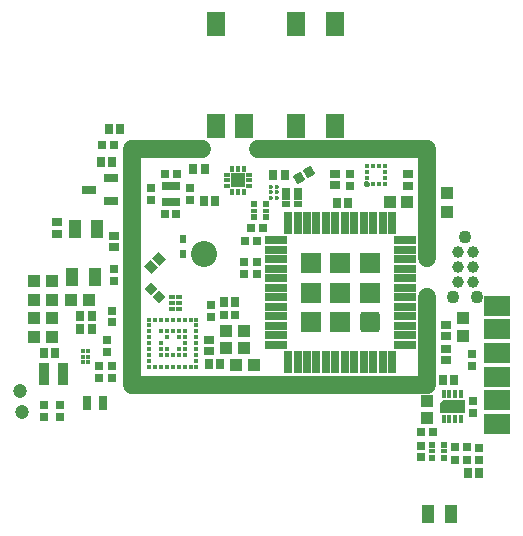
<source format=gbs>
G04*
G04 #@! TF.GenerationSoftware,Altium Limited,Altium Designer,19.1.9 (167)*
G04*
G04 Layer_Color=16711935*
%FSAX25Y25*%
%MOIN*%
G70*
G01*
G75*
%ADD17C,0.04343*%
%ADD34R,0.01968X0.02362*%
%ADD59C,0.04724*%
%ADD68C,0.05906*%
%ADD69R,0.02375X0.02769*%
%ADD70R,0.08674X0.06706*%
%ADD71R,0.04343X0.05918*%
%ADD72R,0.01968X0.01575*%
%ADD73R,0.03162X0.02769*%
%ADD74R,0.02769X0.03162*%
%ADD75R,0.03950X0.03950*%
%ADD76R,0.03162X0.03320*%
%ADD77R,0.01575X0.03150*%
%ADD78R,0.04737X0.02769*%
%ADD79R,0.03320X0.03162*%
%ADD80R,0.06706X0.06706*%
G04:AMPARAMS|DCode=81|XSize=67.06mil|YSize=67.06mil|CornerRadius=9.91mil|HoleSize=0mil|Usage=FLASHONLY|Rotation=90.000|XOffset=0mil|YOffset=0mil|HoleType=Round|Shape=RoundedRectangle|*
%AMROUNDEDRECTD81*
21,1,0.06706,0.04724,0,0,90.0*
21,1,0.04724,0.06706,0,0,90.0*
1,1,0.01981,0.02362,0.02362*
1,1,0.01981,0.02362,-0.02362*
1,1,0.01981,-0.02362,-0.02362*
1,1,0.01981,-0.02362,0.02362*
%
%ADD81ROUNDEDRECTD81*%
%ADD82R,0.07493X0.02769*%
%ADD83R,0.02769X0.07493*%
%ADD84R,0.03950X0.03950*%
%ADD85R,0.01772X0.01772*%
%ADD86R,0.01772X0.01772*%
G04:AMPARAMS|DCode=87|XSize=32.41mil|YSize=30.44mil|CornerRadius=0mil|HoleSize=0mil|Usage=FLASHONLY|Rotation=120.000|XOffset=0mil|YOffset=0mil|HoleType=Round|Shape=Rectangle|*
%AMROTATEDRECTD87*
4,1,4,0.02128,-0.00642,-0.00508,-0.02164,-0.02128,0.00642,0.00508,0.02164,0.02128,-0.00642,0.0*
%
%ADD87ROTATEDRECTD87*%

%ADD88C,0.01417*%
%ADD89R,0.02769X0.01981*%
%ADD90R,0.01981X0.02572*%
%ADD91R,0.04921X0.04921*%
%ADD92R,0.02264X0.01575*%
%ADD93R,0.01575X0.02264*%
%ADD94C,0.01575*%
%ADD95R,0.01981X0.01587*%
G04:AMPARAMS|DCode=96|XSize=32.41mil|YSize=30.44mil|CornerRadius=0mil|HoleSize=0mil|Usage=FLASHONLY|Rotation=45.000|XOffset=0mil|YOffset=0mil|HoleType=Round|Shape=Rectangle|*
%AMROTATEDRECTD96*
4,1,4,-0.00070,-0.02222,-0.02222,-0.00070,0.00070,0.02222,0.02222,0.00070,-0.00070,-0.02222,0.0*
%
%ADD96ROTATEDRECTD96*%

G04:AMPARAMS|DCode=97|XSize=33.2mil|YSize=31.62mil|CornerRadius=0mil|HoleSize=0mil|Usage=FLASHONLY|Rotation=315.000|XOffset=0mil|YOffset=0mil|HoleType=Round|Shape=Rectangle|*
%AMROTATEDRECTD97*
4,1,4,-0.02292,0.00056,-0.00056,0.02292,0.02292,-0.00056,0.00056,-0.02292,-0.02292,0.00056,0.0*
%
%ADD97ROTATEDRECTD97*%

%ADD98R,0.03556X0.07493*%
%ADD99R,0.03162X0.05131*%
%ADD100R,0.04540X0.02690*%
%ADD101C,0.03910*%
%ADD102R,0.05918X0.07887*%
%ADD103C,0.08674*%
G36*
X0852884Y3238014D02*
X0852935Y3238004D01*
X0852985Y3237987D01*
X0853032Y3237964D01*
X0853076Y3237935D01*
X0853109Y3237905D01*
X0853115Y3237900D01*
Y3237900D01*
X0853115D01*
X0853120Y3237894D01*
X0853150Y3237861D01*
X0853179Y3237817D01*
X0853202Y3237770D01*
X0853219Y3237720D01*
X0853229Y3237669D01*
X0853232Y3237617D01*
Y3237617D01*
Y3237617D01*
X0853232Y3234174D01*
X0853233Y3233878D01*
X0853233Y3233878D01*
X0853233Y3233877D01*
X0853231Y3233852D01*
X0853229Y3233826D01*
X0853229Y3233825D01*
X0853229Y3233825D01*
X0853224Y3233799D01*
X0853219Y3233774D01*
X0853219Y3233774D01*
X0853219Y3233773D01*
X0853211Y3233748D01*
X0853203Y3233724D01*
X0853202Y3233724D01*
X0853202Y3233724D01*
X0853191Y3233702D01*
X0853179Y3233677D01*
X0853179Y3233677D01*
X0853179Y3233677D01*
X0853164Y3233654D01*
X0853150Y3233634D01*
X0853150Y3233633D01*
X0853150Y3233633D01*
X0853132Y3233612D01*
X0853116Y3233594D01*
X0853116Y3233594D01*
X0853115Y3233594D01*
X0853098Y3233578D01*
X0853076Y3233559D01*
X0853076Y3233559D01*
X0853076Y3233559D01*
X0853057Y3233546D01*
X0853033Y3233530D01*
X0853033Y3233530D01*
X0853032Y3233530D01*
X0853009Y3233519D01*
X0852986Y3233507D01*
X0852986Y3233507D01*
X0852985Y3233507D01*
X0852958Y3233498D01*
X0852936Y3233490D01*
X0852936Y3233490D01*
X0852936Y3233490D01*
X0852908Y3233485D01*
X0852885Y3233480D01*
X0852885Y3233480D01*
X0852884Y3233480D01*
X0852858Y3233478D01*
X0852833Y3233476D01*
X0852832Y3233476D01*
X0852832Y3233476D01*
X0845156Y3233475D01*
D01*
D01*
X0845156D01*
X0845131Y3233476D01*
X0845104Y3233478D01*
X0845104Y3233478D01*
X0845103Y3233478D01*
X0845079Y3233483D01*
X0845053Y3233488D01*
X0845052Y3233488D01*
X0845052Y3233488D01*
X0845028Y3233496D01*
X0845003Y3233505D01*
X0845003Y3233505D01*
X0845002Y3233505D01*
X0844980Y3233516D01*
X0844956Y3233528D01*
X0844956Y3233528D01*
X0844955Y3233529D01*
X0844933Y3233543D01*
X0844912Y3233557D01*
X0844912Y3233557D01*
X0844911Y3233558D01*
X0844890Y3233576D01*
X0844873Y3233591D01*
X0844872Y3233592D01*
X0844872Y3233592D01*
X0844855Y3233612D01*
X0844838Y3233631D01*
X0844838Y3233631D01*
X0844837Y3233632D01*
X0844823Y3233652D01*
X0844809Y3233674D01*
X0844809Y3233675D01*
X0844808Y3233675D01*
X0844797Y3233698D01*
X0844785Y3233721D01*
X0844785Y3233722D01*
X0844785Y3233722D01*
X0844777Y3233747D01*
X0844769Y3233771D01*
X0844768Y3233771D01*
X0844768Y3233772D01*
X0844763Y3233797D01*
X0844758Y3233822D01*
X0844758Y3233823D01*
X0844758Y3233823D01*
X0844756Y3233848D01*
X0844755Y3233875D01*
X0844754Y3234166D01*
X0844754Y3234167D01*
X0844754Y3234167D01*
X0844753Y3236633D01*
X0844753Y3236633D01*
X0844753Y3236633D01*
X0844755Y3236662D01*
X0844757Y3236685D01*
X0844757Y3236685D01*
X0844757Y3236686D01*
X0844761Y3236709D01*
X0844767Y3236737D01*
X0844767Y3236737D01*
X0844767Y3236737D01*
X0844773Y3236755D01*
X0844783Y3236786D01*
X0844784Y3236786D01*
X0844784Y3236787D01*
X0844795Y3236810D01*
X0844807Y3236833D01*
X0844807Y3236834D01*
X0844807Y3236834D01*
X0844822Y3236857D01*
X0844836Y3236877D01*
X0844836Y3236877D01*
X0844836Y3236877D01*
X0844854Y3236897D01*
X0844870Y3236916D01*
X0844871Y3236916D01*
X0844871Y3236917D01*
X0845856Y3237900D01*
X0845873Y3237915D01*
X0845895Y3237934D01*
X0845895Y3237935D01*
X0845895Y3237935D01*
X0845915Y3237948D01*
X0845939Y3237964D01*
X0845939Y3237964D01*
X0845939Y3237964D01*
X0845960Y3237975D01*
X0845986Y3237987D01*
X0845986Y3237987D01*
X0845986Y3237987D01*
X0846002Y3237992D01*
X0846035Y3238004D01*
X0846036Y3238004D01*
X0846036Y3238004D01*
X0846053Y3238007D01*
X0846087Y3238014D01*
X0846087Y3238014D01*
X0846087Y3238014D01*
X0846110Y3238016D01*
X0846139Y3238018D01*
X0852831Y3238018D01*
X0852832D01*
X0852832D01*
X0852884Y3238014D01*
D02*
G37*
G36*
X0820786Y3310828D02*
X0820811Y3310826D01*
X0820811Y3310826D01*
X0820811D01*
X0820836Y3310821D01*
X0820862Y3310816D01*
X0820862Y3310816D01*
X0820862Y3310816D01*
X0820890Y3310806D01*
X0820912Y3310799D01*
X0820912Y3310799D01*
X0820912Y3310799D01*
X0820942Y3310784D01*
X0820959Y3310776D01*
X0820959Y3310776D01*
X0820959Y3310776D01*
X0820977Y3310764D01*
X0821002Y3310747D01*
X0821002Y3310746D01*
X0821002Y3310746D01*
X0821014Y3310736D01*
X0821042Y3310712D01*
X0821042Y3310712D01*
X0821042Y3310712D01*
X0821387Y3310367D01*
X0821387Y3310367D01*
X0821387Y3310367D01*
X0821421Y3310328D01*
X0821441Y3310299D01*
X0821450Y3310284D01*
X0821450Y3310284D01*
D01*
X0821451Y3310283D01*
X0821474Y3310237D01*
X0821474Y3310234D01*
X0821490Y3310188D01*
X0821497Y3310157D01*
X0821501Y3310136D01*
X0821504Y3310084D01*
Y3310084D01*
Y3310084D01*
X0821504Y3309444D01*
X0821501Y3309392D01*
X0821496Y3309371D01*
X0821490Y3309340D01*
X0821474Y3309291D01*
X0821450Y3309244D01*
D01*
X0821450Y3309244D01*
X0821441Y3309229D01*
X0821421Y3309200D01*
X0821387Y3309161D01*
X0821387Y3309161D01*
X0821387Y3309161D01*
X0821347Y3309126D01*
X0821318Y3309107D01*
X0821304Y3309097D01*
X0821304Y3309097D01*
D01*
X0821257Y3309074D01*
X0821207Y3309057D01*
X0821176Y3309051D01*
X0821155Y3309047D01*
X0821103Y3309043D01*
X0820020D01*
X0819968Y3309047D01*
X0819917Y3309057D01*
X0819867Y3309074D01*
X0819820Y3309097D01*
X0819776Y3309126D01*
X0819737Y3309161D01*
X0819702Y3309200D01*
X0819673Y3309244D01*
X0819650Y3309291D01*
X0819633Y3309340D01*
X0819623Y3309392D01*
X0819620Y3309444D01*
Y3310428D01*
X0819621Y3310456D01*
X0819623Y3310480D01*
X0819623Y3310480D01*
Y3310481D01*
X0819628Y3310506D01*
X0819633Y3310532D01*
X0819633Y3310532D01*
X0819633Y3310532D01*
X0819640Y3310551D01*
X0819650Y3310582D01*
X0819650Y3310582D01*
X0819650Y3310582D01*
X0819661Y3310603D01*
X0819673Y3310629D01*
X0819673Y3310629D01*
X0819673Y3310629D01*
X0819685Y3310646D01*
X0819702Y3310672D01*
X0819702Y3310672D01*
X0819702Y3310672D01*
X0819713Y3310684D01*
X0819737Y3310712D01*
X0819737Y3310712D01*
X0819737Y3310712D01*
X0819765Y3310736D01*
X0819776Y3310746D01*
X0819776Y3310746D01*
X0819776Y3310746D01*
X0819802Y3310764D01*
X0819820Y3310775D01*
X0819820Y3310775D01*
X0819820Y3310775D01*
X0819846Y3310788D01*
X0819867Y3310799D01*
X0819867Y3310799D01*
X0819867Y3310799D01*
X0819898Y3310809D01*
X0819917Y3310815D01*
X0819917Y3310815D01*
X0819917Y3310815D01*
X0819943Y3310821D01*
X0819968Y3310826D01*
X0819968D01*
X0819968Y3310826D01*
X0819993Y3310827D01*
X0820020Y3310829D01*
X0820758Y3310829D01*
X0820759D01*
X0820759D01*
X0820786Y3310828D01*
D02*
G37*
D17*
X0853249Y3292180D02*
D03*
X0849249Y3272180D02*
D03*
X0857249Y3272180D02*
D03*
D34*
X0846159Y3218522D02*
D03*
Y3223089D02*
D03*
X0842222Y3218522D02*
D03*
Y3223089D02*
D03*
X0782816Y3303165D02*
D03*
Y3298834D02*
D03*
X0786753Y3303165D02*
D03*
Y3298834D02*
D03*
D59*
X0704705Y3240921D02*
D03*
X0705572Y3233873D02*
D03*
D68*
X0840493Y3285291D02*
Y3321747D01*
Y3243007D02*
Y3272102D01*
X0784312Y3321747D02*
X0840493D01*
X0742068D02*
X0765493D01*
X0742068Y3243007D02*
X0840493D01*
X0742068D02*
Y3321747D01*
D69*
X0759272Y3291472D02*
D03*
Y3286747D02*
D03*
D70*
X0863958Y3269347D02*
D03*
Y3237851D02*
D03*
Y3261473D02*
D03*
Y3253599D02*
D03*
Y3245724D02*
D03*
Y3229977D02*
D03*
D71*
X0840965Y3199818D02*
D03*
X0848446D02*
D03*
X0729745Y3278952D02*
D03*
X0722265D02*
D03*
X0730510Y3295018D02*
D03*
X0723030D02*
D03*
D72*
X0846159Y3220805D02*
D03*
X0842222D02*
D03*
X0782816Y3300999D02*
D03*
X0786753D02*
D03*
D73*
X0838600Y3222735D02*
D03*
Y3218798D02*
D03*
X0857931Y3221790D02*
D03*
Y3217853D02*
D03*
X0855743Y3233716D02*
D03*
Y3237653D02*
D03*
X0855493Y3253362D02*
D03*
Y3249424D02*
D03*
X0814745Y3309306D02*
D03*
Y3313243D02*
D03*
X0761477Y3308617D02*
D03*
Y3304680D02*
D03*
X0779548Y3280054D02*
D03*
Y3283991D02*
D03*
X0783839Y3280054D02*
D03*
Y3283991D02*
D03*
X0768406Y3265566D02*
D03*
Y3269503D02*
D03*
X0748564Y3304759D02*
D03*
Y3308696D02*
D03*
X0712776Y3236117D02*
D03*
Y3232180D02*
D03*
X0718328Y3236117D02*
D03*
Y3232180D02*
D03*
X0731320Y3245291D02*
D03*
Y3249228D02*
D03*
X0735611Y3245251D02*
D03*
Y3249188D02*
D03*
X0733997Y3257923D02*
D03*
Y3253986D02*
D03*
X0735375Y3267731D02*
D03*
Y3263794D02*
D03*
X0736320Y3281590D02*
D03*
Y3277653D02*
D03*
D74*
X0838443Y3227105D02*
D03*
X0842379D02*
D03*
X0853757Y3222223D02*
D03*
X0849820D02*
D03*
X0853718Y3217853D02*
D03*
X0849781D02*
D03*
X0757265Y3313302D02*
D03*
X0753328D02*
D03*
X0753052Y3299877D02*
D03*
X0756989D02*
D03*
X0785926Y3295330D02*
D03*
X0781989D02*
D03*
X0783800Y3290960D02*
D03*
X0779863D02*
D03*
X0772698Y3266275D02*
D03*
X0776635D02*
D03*
X0732225Y3323046D02*
D03*
X0736162D02*
D03*
D75*
X0840664Y3231787D02*
D03*
Y3237692D02*
D03*
X0852383Y3259228D02*
D03*
Y3265133D02*
D03*
X0773406Y3261078D02*
D03*
Y3255172D02*
D03*
X0779627Y3261039D02*
D03*
Y3255133D02*
D03*
X0847068Y3306984D02*
D03*
Y3300684D02*
D03*
D76*
X0854233Y3213597D02*
D03*
X0858013D02*
D03*
X0849562Y3244464D02*
D03*
X0845782D02*
D03*
X0814312Y3303676D02*
D03*
X0810532D02*
D03*
X0789312Y3312928D02*
D03*
X0793091D02*
D03*
X0766398Y3314857D02*
D03*
X0762619D02*
D03*
X0766162Y3304149D02*
D03*
X0769942D02*
D03*
X0772855Y3270724D02*
D03*
X0776635D02*
D03*
X0767776Y3249779D02*
D03*
X0771556D02*
D03*
X0728761Y3265993D02*
D03*
X0724981D02*
D03*
X0728800Y3261505D02*
D03*
X0725021D02*
D03*
X0712776Y3253513D02*
D03*
X0716556D02*
D03*
X0731832Y3317338D02*
D03*
X0735611D02*
D03*
X0734509Y3328125D02*
D03*
X0738288D02*
D03*
D77*
X0846040Y3239880D02*
D03*
X0848009D02*
D03*
X0849977D02*
D03*
X0851946D02*
D03*
Y3231613D02*
D03*
X0849977D02*
D03*
X0848009D02*
D03*
X0846040D02*
D03*
D78*
X0848993Y3235746D02*
D03*
D79*
X0846950Y3254897D02*
D03*
Y3251117D02*
D03*
Y3259228D02*
D03*
Y3263007D02*
D03*
X0834115Y3309346D02*
D03*
Y3313125D02*
D03*
X0809824Y3313243D02*
D03*
Y3309464D02*
D03*
X0767934Y3257968D02*
D03*
Y3254188D02*
D03*
X0736280Y3288794D02*
D03*
Y3292574D02*
D03*
X0717068Y3297102D02*
D03*
Y3293322D02*
D03*
D80*
X0801713Y3283598D02*
D03*
Y3273755D02*
D03*
Y3263814D02*
D03*
X0811556Y3283598D02*
D03*
Y3273755D02*
D03*
Y3263913D02*
D03*
X0821398Y3283598D02*
D03*
X0821398Y3273755D02*
D03*
D81*
X0821398Y3263913D02*
D03*
D82*
X0833032Y3256424D02*
D03*
Y3259613D02*
D03*
Y3262763D02*
D03*
Y3265913D02*
D03*
Y3269062D02*
D03*
Y3272212D02*
D03*
Y3275361D02*
D03*
Y3278511D02*
D03*
Y3281661D02*
D03*
Y3284810D02*
D03*
Y3287920D02*
D03*
Y3291109D02*
D03*
X0790099Y3291267D02*
D03*
X0790099Y3287956D02*
D03*
Y3284779D02*
D03*
X0790103Y3281629D02*
D03*
X0790103Y3278479D02*
D03*
X0790099Y3275330D02*
D03*
Y3272180D02*
D03*
X0790099Y3269031D02*
D03*
X0790099Y3265881D02*
D03*
X0790099Y3262732D02*
D03*
Y3259582D02*
D03*
Y3256424D02*
D03*
D83*
X0828898Y3296976D02*
D03*
X0825749D02*
D03*
X0822560D02*
D03*
X0819450D02*
D03*
X0816300D02*
D03*
X0813111D02*
D03*
X0809981Y3296983D02*
D03*
X0806831Y3296983D02*
D03*
X0803682Y3296983D02*
D03*
X0800544Y3296983D02*
D03*
X0797387Y3296983D02*
D03*
X0794233D02*
D03*
X0794253Y3250519D02*
D03*
X0797363D02*
D03*
X0800552D02*
D03*
X0803662D02*
D03*
X0806812D02*
D03*
X0810001D02*
D03*
X0813111D02*
D03*
X0816261D02*
D03*
X0819410D02*
D03*
X0822560D02*
D03*
X0825749D02*
D03*
X0828898D02*
D03*
D84*
X0828091Y3304031D02*
D03*
X0833997D02*
D03*
X0782698Y3249543D02*
D03*
X0776792D02*
D03*
X0727776Y3271427D02*
D03*
X0721871D02*
D03*
X0709509Y3265167D02*
D03*
X0715414D02*
D03*
X0709509Y3258907D02*
D03*
X0715414D02*
D03*
X0709509Y3271427D02*
D03*
X0715414D02*
D03*
X0715375Y3277653D02*
D03*
X0709469D02*
D03*
D85*
X0820572Y3309936D02*
D03*
Y3311905D02*
D03*
Y3313873D02*
D03*
Y3315842D02*
D03*
X0826477D02*
D03*
Y3313873D02*
D03*
Y3311905D02*
D03*
Y3309936D02*
D03*
D86*
X0822540Y3315842D02*
D03*
X0824509Y3315842D02*
D03*
Y3309936D02*
D03*
X0822540D02*
D03*
D87*
X0801032Y3313814D02*
D03*
X0797827Y3311964D02*
D03*
D88*
X0788623Y3305409D02*
D03*
X0790394D02*
D03*
X0788623Y3307180D02*
D03*
X0790394D02*
D03*
X0788623Y3308952D02*
D03*
X0790394D02*
D03*
D89*
X0797383Y3303401D02*
D03*
Y3305566D02*
D03*
Y3307732D02*
D03*
X0793446Y3303401D02*
D03*
Y3305566D02*
D03*
Y3307732D02*
D03*
D90*
X0757107Y3309247D02*
D03*
X0755139D02*
D03*
X0753170D02*
D03*
X0757107Y3303932D02*
D03*
X0755139D02*
D03*
X0753170D02*
D03*
D91*
X0777540Y3311117D02*
D03*
D92*
X0781328Y3309149D02*
D03*
X0781328Y3311117D02*
D03*
X0781328Y3313086D02*
D03*
X0773751Y3313086D02*
D03*
X0773751Y3311117D02*
D03*
Y3309149D02*
D03*
D93*
X0779509Y3314905D02*
D03*
X0777540Y3314905D02*
D03*
X0775572Y3314905D02*
D03*
X0775572Y3307330D02*
D03*
X0777540Y3307330D02*
D03*
X0779509Y3307330D02*
D03*
D94*
X0761713Y3264739D02*
D03*
X0759745D02*
D03*
X0757776D02*
D03*
X0755808D02*
D03*
X0753839D02*
D03*
X0751871D02*
D03*
X0749902D02*
D03*
X0747934D02*
D03*
Y3262771D02*
D03*
X0759745Y3260802D02*
D03*
X0757776D02*
D03*
X0755808D02*
D03*
X0753839D02*
D03*
X0751871D02*
D03*
X0747934D02*
D03*
X0759745Y3258834D02*
D03*
X0757776D02*
D03*
X0753839D02*
D03*
X0747934D02*
D03*
X0759745Y3256865D02*
D03*
X0751871D02*
D03*
X0747934D02*
D03*
X0759745Y3254897D02*
D03*
X0757776D02*
D03*
X0753839D02*
D03*
X0751871D02*
D03*
X0747934D02*
D03*
X0759745Y3252929D02*
D03*
X0757776D02*
D03*
X0755808D02*
D03*
X0753839D02*
D03*
X0751871D02*
D03*
X0747934D02*
D03*
Y3250960D02*
D03*
X0761713Y3248991D02*
D03*
X0759745D02*
D03*
X0757776D02*
D03*
X0755808D02*
D03*
X0753839D02*
D03*
X0751871D02*
D03*
X0749902D02*
D03*
X0747934D02*
D03*
X0763682Y3264739D02*
D03*
Y3262771D02*
D03*
Y3260802D02*
D03*
Y3258834D02*
D03*
Y3256865D02*
D03*
Y3254897D02*
D03*
Y3252929D02*
D03*
Y3250960D02*
D03*
Y3248991D02*
D03*
X0727678Y3254222D02*
D03*
Y3252411D02*
D03*
Y3250600D02*
D03*
X0725887Y3254222D02*
D03*
Y3252411D02*
D03*
Y3250600D02*
D03*
D95*
X0757816Y3268361D02*
D03*
Y3270330D02*
D03*
Y3272298D02*
D03*
X0755453D02*
D03*
Y3270330D02*
D03*
Y3268361D02*
D03*
D96*
X0751171Y3272250D02*
D03*
X0748555Y3274867D02*
D03*
D97*
X0751239Y3284855D02*
D03*
X0748566Y3282183D02*
D03*
D98*
X0719036Y3246505D02*
D03*
X0712737D02*
D03*
D99*
X0727068Y3236865D02*
D03*
X0732580D02*
D03*
D100*
X0735335Y3311905D02*
D03*
Y3304267D02*
D03*
X0727698Y3308086D02*
D03*
D101*
X0855749Y3287180D02*
D03*
X0850749D02*
D03*
X0855749Y3282180D02*
D03*
X0850749D02*
D03*
X0855749Y3277180D02*
D03*
X0850749D02*
D03*
D102*
X0770139Y3329346D02*
D03*
X0779587D02*
D03*
X0796910D02*
D03*
X0809902D02*
D03*
X0770139Y3363204D02*
D03*
X0809902D02*
D03*
X0796910D02*
D03*
D103*
X0766202Y3286747D02*
D03*
M02*

</source>
